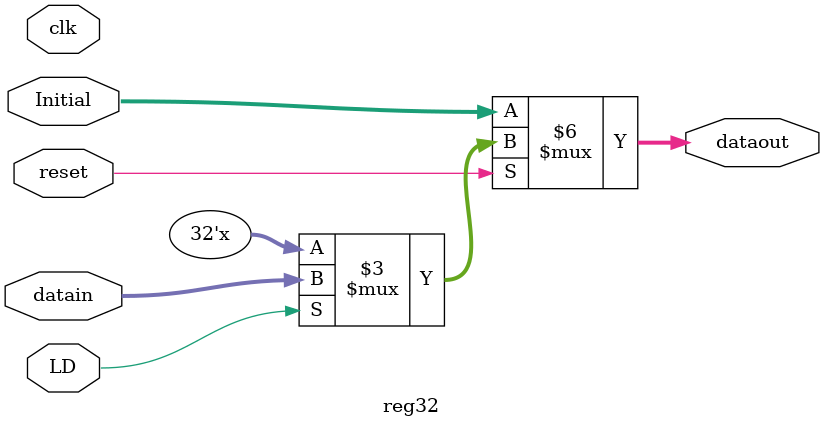
<source format=v>
`timescale 1ns / 1ps

module reg32(
    input clk,
    input LD,
    input reset,
    input [31:0] datain,
  
    input [31:0] Initial,
    
    output reg [31:0] dataout
    );
    // at every clock cycle check for reset or data module load
    always @(clk)
    begin
        if(!reset)
            dataout <= Initial;
        else
            if(LD)
                dataout <= datain;
    end
    
endmodule

</source>
